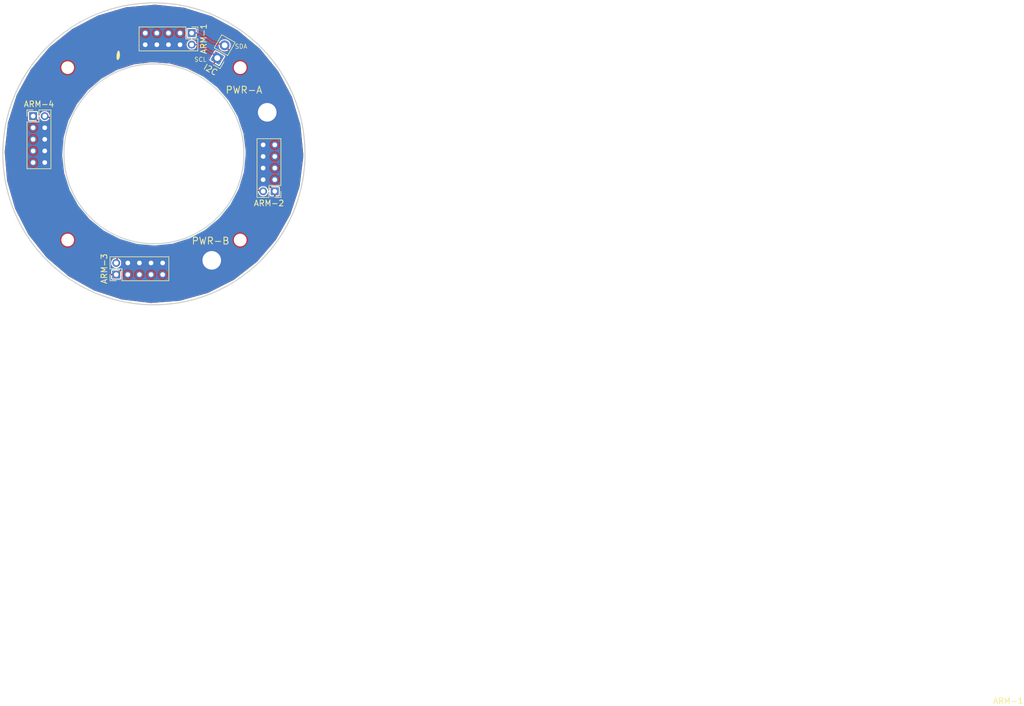
<source format=kicad_pcb>
(kicad_pcb (version 20171130) (host pcbnew "(2018-01-21 revision 6b9866de8)-makepkg")
  (layers (0 F.Cu signal) (31 B.Cu signal) (34 B.Paste user) (35 F.Paste user) (36 B.SilkS user) (37 F.SilkS user) (38 B.Mask user) (39 F.Mask user) (44 Edge.Cuts user))
  (net 0 "")
  (net 1 +5V)
  (net 2 GND)
  (net 3 /SDA)
  (net 4 /SCL)
  (module custom_lib:R1_ear_silk_5.5mm (layer F.Cu) (at 137.75 75)
    (fp_text reference G*** hide)
    (fp_text value LOGO hide)
    (fp_poly (pts (xy 2.178201 -0.770262) (xy 2.198348 -0.768035) (xy 2.215863 -0.764436) (xy 2.231188 -0.758692) (xy 2.244766 -0.750029) (xy 2.257039 -0.737676) (xy 2.26845 -0.72086) (xy 2.27944 -0.698807) (xy 2.290453 -0.670745) (xy 2.301931 -0.635901) (xy 2.314316 -0.593502) (xy 2.32805 -0.542775) (xy 2.343577 -0.482948) (xy 2.344299 -0.480133) (xy 2.361506 -0.407526) (xy 2.37554 -0.335724) (xy 2.386689 -0.262557) (xy 2.395238 -0.18585) (xy 2.401474 -0.103431) (xy 2.405609 -0.01524) (xy 2.406717 0.018405) (xy 2.407222 0.044525) (xy 2.406933 0.065749) (xy 2.405658 0.084703) (xy 2.403208 0.104014) (xy 2.399391 0.126309) (xy 2.394016 0.154217) (xy 2.392872 0.16002) (xy 2.376391 0.238711) (xy 2.358865 0.313406) (xy 2.340546 0.383339) (xy 2.321687 0.447741) (xy 2.302541 0.505845) (xy 2.283359 0.556882) (xy 2.264394 0.600085) (xy 2.2459 0.634686) (xy 2.228657 0.659293) (xy 2.217953 0.672749) (xy 2.203677 0.691717) (xy 2.187975 0.713311) (xy 2.177487 0.728152) (xy 2.151986 0.762275) (xy 2.128222 0.789201) (xy 2.106922 0.808184) (xy 2.089823 0.818106) (xy 2.077848 0.820698) (xy 2.060149 0.822358) (xy 2.045639 0.822712) (xy 2.029049 0.821866) (xy 2.013769 0.819024) (xy 1.996746 0.813303) (xy 1.974929 0.803818) (xy 1.96596 0.799618) (xy 1.943192 0.787894) (xy 1.921706 0.775181) (xy 1.904652 0.763418) (xy 1.898199 0.757955) (xy 1.875298 0.72971) (xy 1.855228 0.691883) (xy 1.837972 0.64442) (xy 1.823507 0.587269) (xy 1.814959 0.54102) (xy 1.812442 0.523764) (xy 1.810422 0.505587) (xy 1.808848 0.485174) (xy 1.807672 0.461208) (xy 1.806843 0.432375) (xy 1.806312 0.397359) (xy 1.806029 0.354844) (xy 1.805945 0.303516) (xy 1.805945 0.30226) (xy 1.806068 0.245778) (xy 1.806514 0.197431) (xy 1.807403 0.155192) (xy 1.808857 0.117037) (xy 1.810997 0.080942) (xy 1.813942 0.044882) (xy 1.817814 0.006833) (xy 1.822734 -0.035231) (xy 1.828823 -0.083333) (xy 1.829068 -0.085222) (xy 1.838126 -0.142246) (xy 1.850976 -0.204701) (xy 1.867031 -0.270699) (xy 1.885706 -0.338352) (xy 1.906413 -0.405773) (xy 1.928565 -0.471073) (xy 1.951577 -0.532365) (xy 1.974862 -0.587761) (xy 1.997832 -0.635374) (xy 2.00303 -0.645063) (xy 2.030897 -0.689165) (xy 2.061983 -0.726483) (xy 2.062588 -0.727104) (xy 2.08538 -0.748381) (xy 2.106068 -0.762098) (xy 2.127763 -0.769417) (xy 2.153575 -0.771498) (xy 2.178201 -0.770262)) (layer F.SilkS) (width 0.01))
  )
  (module custom_lib:R1_eyes_mask_5.5mm (layer F.Cu) (at 137.75 75)
    (fp_text reference G*** hide)
    (fp_text value LOGO hide)
  )
  (module custom_lib:R1_face_mask_5.5mm (layer F.Cu) (at 137.75 75)
    (fp_text reference G*** hide)
    (fp_text value LOGO hide)
  )
  (module "" (layer F.Cu) (at 155 72)
    (fp_text reference "" (at 139.5 112.8) (layer F.SilkS) (effects (font (size 1.27 1.27))))
    (fp_text value "" (at 139.5 112.8) (layer F.SilkS) (effects (font (size 1.27 1.27))))
    (fp_text user ARM-1 (at 138.06 114.25) (layer F.SilkS))
  )
  (module Connector_PinHeader_2.00mm:PinHeader_2x05_P2.00mm_Vertical (layer F.Cu) (at 139.5 112.8 90)
    (fp_text reference ARM-3 (at 1 -2.06 90) (layer F.SilkS))
    (fp_text value Conn_02x05_Odd_Even)
    (fp_line (start -1.06 9.06) (end 3.06 9.06) (layer F.SilkS) (width 0.12))
    (fp_line (start -1.06 1) (end -1.06 9.06) (layer F.SilkS) (width 0.12))
    (fp_line (start 3.06 -1.06) (end 3.06 9.06) (layer F.SilkS) (width 0.12))
    (fp_line (start -1.06 1) (end 1 1) (layer F.SilkS) (width 0.12))
    (fp_line (start 1 1) (end 1 -1.06) (layer F.SilkS) (width 0.12))
    (fp_line (start 1 -1.06) (end 3.06 -1.06) (layer F.SilkS) (width 0.12))
    (fp_line (start -1.06 0) (end -1.06 -1.06) (layer F.SilkS) (width 0.12))
    (fp_line (start -1.06 -1.06) (end 0 -1.06) (layer F.SilkS) (width 0.12))
    (pad 1 thru_hole rect (at 0 0 90) (size 1.35 1.35) (drill 0.8) (layers *.Cu *.Mask) (net 3 /SDA))
    (pad 2 thru_hole oval (at 2 0 90) (size 1.35 1.35) (drill 0.8) (layers *.Cu *.Mask) (net 4 /SCL))
    (pad 3 thru_hole oval (at 0 2 90) (size 1.35 1.35) (drill 0.8) (layers *.Cu *.Mask) (net 2 GND))
    (pad 4 thru_hole oval (at 2 2 90) (size 1.35 1.35) (drill 0.8) (layers *.Cu *.Mask) (net 1 +5V))
    (pad 5 thru_hole oval (at 0 4 90) (size 1.35 1.35) (drill 0.8) (layers *.Cu *.Mask) (net 2 GND))
    (pad 6 thru_hole oval (at 2 4 90) (size 1.35 1.35) (drill 0.8) (layers *.Cu *.Mask) (net 1 +5V))
    (pad 7 thru_hole oval (at 0 6 90) (size 1.35 1.35) (drill 0.8) (layers *.Cu *.Mask) (net 2 GND))
    (pad 8 thru_hole oval (at 2 6 90) (size 1.35 1.35) (drill 0.8) (layers *.Cu *.Mask) (net 1 +5V))
    (pad 9 thru_hole oval (at 0 8 90) (size 1.35 1.35) (drill 0.8) (layers *.Cu *.Mask) (net 2 GND))
    (pad 10 thru_hole oval (at 2 8 90) (size 1.35 1.35) (drill 0.8) (layers *.Cu *.Mask) (net 1 +5V))
  )
  (module Connector_PinHeader_2.54mm:PinHeader_1x02_P2.54mm_Vertical (layer F.Cu) (at 156.9 75.5 150)
    (fp_text reference I2C (at 0 -2.33 150) (layer F.SilkS))
    (fp_text value Conn_01x02)
    (fp_line (start -1.33 -1.33) (end 0 -1.33) (layer F.SilkS) (width 0.12))
    (fp_line (start -1.33 0) (end -1.33 -1.33) (layer F.SilkS) (width 0.12))
    (fp_line (start -1.33 1.27) (end 1.33 1.27) (layer F.SilkS) (width 0.12))
    (fp_line (start 1.33 1.27) (end 1.33 3.87) (layer F.SilkS) (width 0.12))
    (fp_line (start -1.33 1.27) (end -1.33 3.87) (layer F.SilkS) (width 0.12))
    (fp_line (start -1.33 3.87) (end 1.33 3.87) (layer F.SilkS) (width 0.12))
    (pad 2 thru_hole oval (at 0 2.54 150) (size 1.7 1.7) (drill 1) (layers *.Cu *.Mask) (net 3 /SDA))
    (pad 1 thru_hole rect (at 0 0 150) (size 1.7 1.7) (drill 1) (layers *.Cu *.Mask) (net 4 /SCL))
  )
  (module Connector_PinHeader_2.00mm:PinHeader_2x05_P2.00mm_Vertical (layer F.Cu) (at 152.5 71.2 270)
    (fp_text reference ARM-1 (at 1 -2.06 270) (layer F.SilkS))
    (fp_text value Conn_02x05_Odd_Even)
    (fp_line (start -1.06 9.06) (end 3.06 9.06) (layer F.SilkS) (width 0.12))
    (fp_line (start -1.06 1) (end -1.06 9.06) (layer F.SilkS) (width 0.12))
    (fp_line (start 3.06 -1.06) (end 3.06 9.06) (layer F.SilkS) (width 0.12))
    (fp_line (start -1.06 1) (end 1 1) (layer F.SilkS) (width 0.12))
    (fp_line (start 1 1) (end 1 -1.06) (layer F.SilkS) (width 0.12))
    (fp_line (start 1 -1.06) (end 3.06 -1.06) (layer F.SilkS) (width 0.12))
    (fp_line (start -1.06 0) (end -1.06 -1.06) (layer F.SilkS) (width 0.12))
    (fp_line (start -1.06 -1.06) (end 0 -1.06) (layer F.SilkS) (width 0.12))
    (pad 1 thru_hole rect (at 0 0 270) (size 1.35 1.35) (drill 0.8) (layers *.Cu *.Mask) (net 3 /SDA))
    (pad 2 thru_hole oval (at 2 0 270) (size 1.35 1.35) (drill 0.8) (layers *.Cu *.Mask) (net 4 /SCL))
    (pad 3 thru_hole oval (at 0 2 270) (size 1.35 1.35) (drill 0.8) (layers *.Cu *.Mask) (net 2 GND))
    (pad 4 thru_hole oval (at 2 2 270) (size 1.35 1.35) (drill 0.8) (layers *.Cu *.Mask) (net 1 +5V))
    (pad 5 thru_hole oval (at 0 4 270) (size 1.35 1.35) (drill 0.8) (layers *.Cu *.Mask) (net 2 GND))
    (pad 6 thru_hole oval (at 2 4 270) (size 1.35 1.35) (drill 0.8) (layers *.Cu *.Mask) (net 1 +5V))
    (pad 7 thru_hole oval (at 0 6 270) (size 1.35 1.35) (drill 0.8) (layers *.Cu *.Mask) (net 2 GND))
    (pad 8 thru_hole oval (at 2 6 270) (size 1.35 1.35) (drill 0.8) (layers *.Cu *.Mask) (net 1 +5V))
    (pad 9 thru_hole oval (at 0 8 270) (size 1.35 1.35) (drill 0.8) (layers *.Cu *.Mask) (net 2 GND))
    (pad 10 thru_hole oval (at 2 8 270) (size 1.35 1.35) (drill 0.8) (layers *.Cu *.Mask) (net 1 +5V))
  )
  (module Connector_PinHeader_2.00mm:PinHeader_2x05_P2.00mm_Vertical (layer F.Cu) (at 166.8 98.45 180)
    (fp_text reference ARM-2 (at 1 -2.06 180) (layer F.SilkS))
    (fp_text value Conn_02x05_Odd_Even)
    (fp_line (start -1.06 -1.06) (end 0 -1.06) (layer F.SilkS) (width 0.12))
    (fp_line (start -1.06 0) (end -1.06 -1.06) (layer F.SilkS) (width 0.12))
    (fp_line (start 1 -1.06) (end 3.06 -1.06) (layer F.SilkS) (width 0.12))
    (fp_line (start 1 1) (end 1 -1.06) (layer F.SilkS) (width 0.12))
    (fp_line (start -1.06 1) (end 1 1) (layer F.SilkS) (width 0.12))
    (fp_line (start 3.06 -1.06) (end 3.06 9.06) (layer F.SilkS) (width 0.12))
    (fp_line (start -1.06 1) (end -1.06 9.06) (layer F.SilkS) (width 0.12))
    (fp_line (start -1.06 9.06) (end 3.06 9.06) (layer F.SilkS) (width 0.12))
    (pad 10 thru_hole oval (at 2 8 180) (size 1.35 1.35) (drill 0.8) (layers *.Cu *.Mask) (net 1 +5V))
    (pad 9 thru_hole oval (at 0 8 180) (size 1.35 1.35) (drill 0.8) (layers *.Cu *.Mask) (net 2 GND))
    (pad 8 thru_hole oval (at 2 6 180) (size 1.35 1.35) (drill 0.8) (layers *.Cu *.Mask) (net 1 +5V))
    (pad 7 thru_hole oval (at 0 6 180) (size 1.35 1.35) (drill 0.8) (layers *.Cu *.Mask) (net 2 GND))
    (pad 6 thru_hole oval (at 2 4 180) (size 1.35 1.35) (drill 0.8) (layers *.Cu *.Mask) (net 1 +5V))
    (pad 5 thru_hole oval (at 0 4 180) (size 1.35 1.35) (drill 0.8) (layers *.Cu *.Mask) (net 2 GND))
    (pad 4 thru_hole oval (at 2 2 180) (size 1.35 1.35) (drill 0.8) (layers *.Cu *.Mask) (net 1 +5V))
    (pad 3 thru_hole oval (at 0 2 180) (size 1.35 1.35) (drill 0.8) (layers *.Cu *.Mask) (net 2 GND))
    (pad 2 thru_hole oval (at 2 0 180) (size 1.35 1.35) (drill 0.8) (layers *.Cu *.Mask) (net 4 /SCL))
    (pad 1 thru_hole rect (at 0 0 180) (size 1.35 1.35) (drill 0.8) (layers *.Cu *.Mask) (net 3 /SDA))
  )
  (module Connector_PinHeader_2.00mm:PinHeader_2x05_P2.00mm_Vertical (layer F.Cu) (at 125.2 85.5)
    (fp_text reference ARM-4 (at 1 -2.06) (layer F.SilkS))
    (fp_text value Conn_02x05_Odd_Even)
    (fp_line (start -1.06 -1.06) (end 0 -1.06) (layer F.SilkS) (width 0.12))
    (fp_line (start -1.06 0) (end -1.06 -1.06) (layer F.SilkS) (width 0.12))
    (fp_line (start 1 -1.06) (end 3.06 -1.06) (layer F.SilkS) (width 0.12))
    (fp_line (start 1 1) (end 1 -1.06) (layer F.SilkS) (width 0.12))
    (fp_line (start -1.06 1) (end 1 1) (layer F.SilkS) (width 0.12))
    (fp_line (start 3.06 -1.06) (end 3.06 9.06) (layer F.SilkS) (width 0.12))
    (fp_line (start -1.06 1) (end -1.06 9.06) (layer F.SilkS) (width 0.12))
    (fp_line (start -1.06 9.06) (end 3.06 9.06) (layer F.SilkS) (width 0.12))
    (pad 10 thru_hole oval (at 2 8) (size 1.35 1.35) (drill 0.8) (layers *.Cu *.Mask) (net 1 +5V))
    (pad 9 thru_hole oval (at 0 8) (size 1.35 1.35) (drill 0.8) (layers *.Cu *.Mask) (net 2 GND))
    (pad 8 thru_hole oval (at 2 6) (size 1.35 1.35) (drill 0.8) (layers *.Cu *.Mask) (net 1 +5V))
    (pad 7 thru_hole oval (at 0 6) (size 1.35 1.35) (drill 0.8) (layers *.Cu *.Mask) (net 2 GND))
    (pad 6 thru_hole oval (at 2 4) (size 1.35 1.35) (drill 0.8) (layers *.Cu *.Mask) (net 1 +5V))
    (pad 5 thru_hole oval (at 0 4) (size 1.35 1.35) (drill 0.8) (layers *.Cu *.Mask) (net 2 GND))
    (pad 4 thru_hole oval (at 2 2) (size 1.35 1.35) (drill 0.8) (layers *.Cu *.Mask) (net 1 +5V))
    (pad 3 thru_hole oval (at 0 2) (size 1.35 1.35) (drill 0.8) (layers *.Cu *.Mask) (net 2 GND))
    (pad 2 thru_hole oval (at 2 0) (size 1.35 1.35) (drill 0.8) (layers *.Cu *.Mask) (net 4 /SCL))
    (pad 1 thru_hole rect (at 0 0) (size 1.35 1.35) (drill 0.8) (layers *.Cu *.Mask) (net 3 /SDA))
  )
  (module MountingHole:MountingHole_3.2mm_M3_DIN965_Pad (layer F.Cu) (at 165.5 84.85)
    (fp_text reference PWR-A (at -4 -3.85) (layer F.SilkS) (effects (font (size 1.2 1.2))))
    (fp_text value Conn_01x01)
    (pad 1 thru_hole circle (at 0 0) (size 5.6 5.6) (drill 3.2) (layers B.Cu B.Mask) (net 1 +5V))
  )
  (module MountingHole:MountingHole_3.2mm_M3_DIN965_Pad (layer F.Cu) (at 155.95 110.35)
    (fp_text reference PWR-B (at -0.2 -3.35) (layer F.SilkS) (effects (font (size 1.2 1.2))))
    (fp_text value Conn_01x01)
    (pad 1 thru_hole circle (at 0 0) (size 5.6 5.6) (drill 3.2) (layers F.Cu F.Mask) (net 2 GND))
  )
  (module MountingHole:MountingHole_2.2mm_M2_DIN965 (layer F.Cu) (at 131.150758 77.150758)
    (fp_text reference MK1 hide)
    (fp_text value M2)
    (pad 1 np_thru_hole circle (at 0 0) (size 2.2 2.2) (drill 2.2) (layers *.Cu *.Mask) (net 2 GND))
  )
  (module MountingHole:MountingHole_2.2mm_M2_DIN965 (layer F.Cu) (at 160.849242 77.150758)
    (fp_text reference MK2 hide)
    (fp_text value M2)
    (pad 1 np_thru_hole circle (at 0 0) (size 2.2 2.2) (drill 2.2) (layers *.Cu *.Mask) (net 2 GND))
  )
  (module MountingHole:MountingHole_2.2mm_M2_DIN965 (layer F.Cu) (at 160.849242 106.849242)
    (fp_text reference MK3 hide)
    (fp_text value M2)
    (pad 1 np_thru_hole circle (at 0 0) (size 2.2 2.2) (drill 2.2) (layers *.Cu *.Mask) (net 2 GND))
  )
  (module MountingHole:MountingHole_2.2mm_M2_DIN965 (layer F.Cu) (at 131.150758 106.849242)
    (fp_text reference MK4 hide)
    (fp_text value M2)
    (pad 1 np_thru_hole circle (at 0 0) (size 2.2 2.2) (drill 2.2) (layers *.Cu *.Mask) (net 2 GND))
  )
  (gr_text SCL (at 154 75.75) (layer F.SilkS) (effects (font (size 0.75 0.75) (thickness 0.1))))
  (gr_text SDA (at 161 73.5) (layer F.SilkS) (effects (font (size 0.75 0.75) (thickness 0.1))))
  (gr_circle (center 146 92) (end 172 92) (layer Edge.Cuts) (width 0.2))
  (gr_circle (center 146 92) (end 161.5 92) (layer Edge.Cuts) (width 0.2))
  (segment (start 129.69 93.96) (end 129.59 92.39) (width 0.25) (layer F.Cu) (net 3))
  (segment (start 125.2 85.52) (end 125.2 85.5) (width 0.25) (layer F.Cu) (net 3))
  (segment (start 129.94 95.43) (end 129.69 93.96) (width 0.25) (layer F.Cu) (net 3))
  (segment (start 130.06 95.93) (end 129.94 95.43) (width 0.25) (layer F.Cu) (net 3))
  (segment (start 130.32 96.85) (end 130.06 95.93) (width 0.25) (layer F.Cu) (net 3))
  (segment (start 126.18 86.5) (end 125.2 85.52) (width 0.25) (layer F.Cu) (net 3))
  (segment (start 131.41 99.55) (end 130.69 97.96) (width 0.25) (layer F.Cu) (net 3))
  (segment (start 129.98 88.42) (end 130.25 87.38) (width 0.25) (layer F.Cu) (net 3))
  (segment (start 130.69 97.96) (end 130.32 96.85) (width 0.25) (layer F.Cu) (net 3))
  (segment (start 129.59 92.39) (end 129.59 91) (width 0.25) (layer F.Cu) (net 3))
  (segment (start 129.59 91) (end 129.74 89.75) (width 0.25) (layer F.Cu) (net 3))
  (segment (start 129.74 89.75) (end 129.98 88.42) (width 0.25) (layer F.Cu) (net 3))
  (segment (start 130.25 87.38) (end 130.31 87.17) (width 0.25) (layer F.Cu) (net 3))
  (segment (start 130.31 87.17) (end 128.21 86.5) (width 0.25) (layer F.Cu) (net 3))
  (segment (start 128.21 86.5) (end 126.18 86.5) (width 0.25) (layer F.Cu) (net 3))
  (segment (start 139.395825 109.068376) (end 139.78 107.19) (width 0.25) (layer F.Cu) (net 3))
  (segment (start 139.33 109.32) (end 139.395825 109.068376) (width 0.25) (layer F.Cu) (net 3))
  (segment (start 138.499999 110.180001) (end 139.33 109.32) (width 0.25) (layer F.Cu) (net 3))
  (segment (start 138.499999 112.724999) (end 138.499999 110.180001) (width 0.25) (layer F.Cu) (net 3))
  (segment (start 134.49 103.71) (end 133.7 102.87) (width 0.25) (layer F.Cu) (net 3))
  (segment (start 139.5 112.8) (end 138.575 112.8) (width 0.25) (layer F.Cu) (net 3))
  (segment (start 138.575 112.8) (end 138.499999 112.724999) (width 0.25) (layer F.Cu) (net 3))
  (segment (start 133.04 102.08) (end 132.2 100.92) (width 0.25) (layer F.Cu) (net 3))
  (segment (start 139.78 107.19) (end 138.57 106.64) (width 0.25) (layer F.Cu) (net 3))
  (segment (start 138.57 106.64) (end 137.48 106.03) (width 0.25) (layer F.Cu) (net 3))
  (segment (start 137.48 106.03) (end 136.65 105.5) (width 0.25) (layer F.Cu) (net 3))
  (segment (start 136.65 105.5) (end 135.62 104.71) (width 0.25) (layer F.Cu) (net 3))
  (segment (start 135.62 104.71) (end 135.09 104.3) (width 0.25) (layer F.Cu) (net 3))
  (segment (start 135.09 104.3) (end 134.49 103.71) (width 0.25) (layer F.Cu) (net 3))
  (segment (start 133.7 102.87) (end 133.04 102.08) (width 0.25) (layer F.Cu) (net 3))
  (segment (start 132.2 100.92) (end 131.43 99.59) (width 0.25) (layer F.Cu) (net 3))
  (segment (start 158.35 75.5) (end 159.05 74.3) (width 0.25) (layer F.Cu) (net 3))
  (segment (start 157.05 79.775) (end 156.2 79.1) (width 0.25) (layer F.Cu) (net 3))
  (segment (start 164.319998 97.45) (end 161.75 96.875) (width 0.25) (layer F.Cu) (net 3))
  (segment (start 161 85.2) (end 159.875 83.1) (width 0.25) (layer F.Cu) (net 3))
  (segment (start 161.75 87.2) (end 161 85.2) (width 0.25) (layer F.Cu) (net 3))
  (segment (start 162.2 89.25) (end 161.75 87.2) (width 0.25) (layer F.Cu) (net 3))
  (segment (start 166.8 98.45) (end 165.8 97.45) (width 0.25) (layer F.Cu) (net 3))
  (segment (start 162.4 91.075) (end 162.2 89.25) (width 0.25) (layer F.Cu) (net 3))
  (segment (start 158.4 81.1) (end 157.05 79.775) (width 0.25) (layer F.Cu) (net 3))
  (segment (start 165.8 97.45) (end 164.319998 97.45) (width 0.25) (layer F.Cu) (net 3))
  (segment (start 159.875 83.1) (end 158.4 81.1) (width 0.25) (layer F.Cu) (net 3))
  (segment (start 157.45 77.1) (end 158.35 75.5) (width 0.25) (layer F.Cu) (net 3))
  (segment (start 161.75 96.875) (end 162.175 95.025) (width 0.25) (layer F.Cu) (net 3))
  (segment (start 156.2 79.1) (end 157.45 77.1) (width 0.25) (layer F.Cu) (net 3))
  (segment (start 162.175 95.025) (end 162.425 92.8) (width 0.25) (layer F.Cu) (net 3))
  (segment (start 162.425 92.8) (end 162.4 91.075) (width 0.25) (layer F.Cu) (net 3))
  (segment (start 159.05 74.3) (end 158.8 74) (width 0.25) (layer F.Cu) (net 3))
  (segment (start 158.8 74) (end 158.17 73.300295) (width 0.25) (layer F.Cu) (net 3))
  (segment (start 156 72.75) (end 153.9 71.2) (width 0.25) (layer B.Cu) (net 3))
  (segment (start 158.17 73.300295) (end 156 72.75) (width 0.25) (layer B.Cu) (net 3))
  (segment (start 153.9 71.2) (end 153.7 71.2) (width 0.25) (layer B.Cu) (net 3))
  (segment (start 153.7 71.2) (end 152.5 71.2) (width 0.25) (layer B.Cu) (net 3))
  (segment (start 156.05 105) (end 157.1 104.1) (width 0.25) (layer F.Cu) (net 3))
  (segment (start 154.75 105.9) (end 156.05 105) (width 0.25) (layer F.Cu) (net 3))
  (segment (start 161 98.75) (end 161.2 98.2) (width 0.25) (layer F.Cu) (net 3))
  (segment (start 153.1 106.85) (end 154.75 105.9) (width 0.25) (layer F.Cu) (net 3))
  (segment (start 151.5 107.5) (end 153.1 106.85) (width 0.25) (layer F.Cu) (net 3))
  (segment (start 158.4 102.8) (end 159.9 100.85) (width 0.25) (layer F.Cu) (net 3))
  (segment (start 150.2 107.9) (end 151.5 107.5) (width 0.25) (layer F.Cu) (net 3))
  (segment (start 147.95 108.35) (end 150.2 107.9) (width 0.25) (layer F.Cu) (net 3))
  (segment (start 140.5 111.8) (end 140.5 109.05) (width 0.25) (layer F.Cu) (net 3))
  (segment (start 139.5 112.8) (end 140.5 111.8) (width 0.25) (layer F.Cu) (net 3))
  (segment (start 140.5 109.05) (end 140.8 107.6) (width 0.25) (layer F.Cu) (net 3))
  (segment (start 146.5 108.45) (end 147.95 108.35) (width 0.25) (layer F.Cu) (net 3))
  (segment (start 140.8 107.6) (end 142.15 107.95) (width 0.25) (layer F.Cu) (net 3))
  (segment (start 157.1 104.1) (end 158.4 102.8) (width 0.25) (layer F.Cu) (net 3))
  (segment (start 144.15 108.35) (end 146.5 108.45) (width 0.25) (layer F.Cu) (net 3))
  (segment (start 162.35 98.45) (end 163.4 98.7) (width 0.25) (layer F.Cu) (net 3))
  (segment (start 142.15 107.95) (end 142.5 108.05) (width 0.25) (layer F.Cu) (net 3))
  (segment (start 142.5 108.05) (end 144.15 108.35) (width 0.25) (layer F.Cu) (net 3))
  (segment (start 159.9 100.85) (end 161 98.75) (width 0.25) (layer F.Cu) (net 3))
  (segment (start 161.2 98.2) (end 162.35 98.45) (width 0.25) (layer F.Cu) (net 3))
  (segment (start 163.4 98.7) (end 164.15 99.55) (width 0.25) (layer F.Cu) (net 3))
  (segment (start 164.15 99.55) (end 166.625 99.55) (width 0.25) (layer F.Cu) (net 3))
  (segment (start 166.625 99.55) (end 166.8 99.375) (width 0.25) (layer F.Cu) (net 3))
  (segment (start 166.8 99.375) (end 166.8 98.45) (width 0.25) (layer F.Cu) (net 3))
  (segment (start 130.06 91.01) (end 130.2 89.74) (width 0.25) (layer F.Cu) (net 4))
  (segment (start 130.04 92.35) (end 130.06 91.01) (width 0.25) (layer F.Cu) (net 4))
  (segment (start 136.875 105.1) (end 135.79 104.27) (width 0.25) (layer F.Cu) (net 4))
  (segment (start 130.14 93.88) (end 130.04 92.35) (width 0.25) (layer F.Cu) (net 4))
  (segment (start 130.38 95.3) (end 130.14 93.88) (width 0.25) (layer F.Cu) (net 4))
  (segment (start 131.13 97.83) (end 130.74 96.68) (width 0.25) (layer F.Cu) (net 4))
  (segment (start 132.56 100.62) (end 131.79 99.29) (width 0.25) (layer F.Cu) (net 4))
  (segment (start 131.79 99.29) (end 131.13 97.83) (width 0.25) (layer F.Cu) (net 4))
  (segment (start 134.07 102.6) (end 133.43 101.84) (width 0.25) (layer F.Cu) (net 4))
  (segment (start 130.41 88.58) (end 130.71 87.42) (width 0.25) (layer F.Cu) (net 4))
  (segment (start 133.43 101.84) (end 132.56 100.62) (width 0.25) (layer F.Cu) (net 4))
  (segment (start 138.8 106.25) (end 137.75 105.65) (width 0.25) (layer F.Cu) (net 4))
  (segment (start 137.75 105.65) (end 136.875 105.1) (width 0.25) (layer F.Cu) (net 4))
  (segment (start 130.74 96.68) (end 130.38 95.3) (width 0.25) (layer F.Cu) (net 4))
  (segment (start 135.79 104.27) (end 134.93 103.5) (width 0.25) (layer F.Cu) (net 4))
  (segment (start 140.3 106.9) (end 138.8 106.25) (width 0.25) (layer F.Cu) (net 4))
  (segment (start 134.93 103.5) (end 134.07 102.6) (width 0.25) (layer F.Cu) (net 4))
  (segment (start 130.2 89.74) (end 130.41 88.58) (width 0.25) (layer F.Cu) (net 4))
  (segment (start 130.71 87.42) (end 130.91 86.77) (width 0.25) (layer F.Cu) (net 4))
  (segment (start 130.91 86.77) (end 130.97 86.62) (width 0.25) (layer F.Cu) (net 4))
  (segment (start 130.97 86.62) (end 129.37 86.14) (width 0.25) (layer F.Cu) (net 4))
  (segment (start 129.37 86.14) (end 127.2 85.5) (width 0.25) (layer F.Cu) (net 4))
  (segment (start 161.95 91.1) (end 161.75 89.3) (width 0.25) (layer F.Cu) (net 4))
  (segment (start 161.95 92.8) (end 161.95 91.1) (width 0.25) (layer F.Cu) (net 4))
  (segment (start 161.85 93.85) (end 161.95 92.8) (width 0.25) (layer F.Cu) (net 4))
  (segment (start 161.7 94.9) (end 161.85 93.85) (width 0.25) (layer F.Cu) (net 4))
  (segment (start 160.95 97.6) (end 161.3 96.65) (width 0.25) (layer F.Cu) (net 4))
  (segment (start 161.3 96.65) (end 161.7 94.9) (width 0.25) (layer F.Cu) (net 4))
  (segment (start 155.2 78.15) (end 156.9 75.5) (width 0.25) (layer F.Cu) (net 4))
  (segment (start 161.75 89.3) (end 161.3 87.3) (width 0.25) (layer F.Cu) (net 4))
  (segment (start 161.3 87.3) (end 160.6 85.45) (width 0.25) (layer F.Cu) (net 4))
  (segment (start 160.6 85.45) (end 159.4 83.25) (width 0.25) (layer F.Cu) (net 4))
  (segment (start 159.4 83.25) (end 157.9 81.3) (width 0.25) (layer F.Cu) (net 4))
  (segment (start 157.9 81.3) (end 156.65 80.05) (width 0.25) (layer F.Cu) (net 4))
  (segment (start 154.85 78.65) (end 155.2 78.15) (width 0.25) (layer F.Cu) (net 4))
  (segment (start 156.65 80.05) (end 154.85 78.65) (width 0.25) (layer F.Cu) (net 4))
  (segment (start 156.207047 74.807047) (end 154.8 73.85) (width 0.25) (layer B.Cu) (net 4))
  (segment (start 156.9 75.5) (end 156.207047 74.807047) (width 0.25) (layer B.Cu) (net 4))
  (segment (start 154.8 73.85) (end 153.75 73.2) (width 0.25) (layer B.Cu) (net 4))
  (segment (start 153.75 73.2) (end 152.5 73.2) (width 0.25) (layer B.Cu) (net 4))
  (segment (start 144.1 107.85) (end 142.6 107.6) (width 0.25) (layer F.Cu) (net 4))
  (segment (start 145.45 107.95) (end 144.1 107.85) (width 0.25) (layer F.Cu) (net 4))
  (segment (start 147.9 107.85) (end 146.65 107.95) (width 0.25) (layer F.Cu) (net 4))
  (segment (start 146.65 107.95) (end 145.45 107.95) (width 0.25) (layer F.Cu) (net 4))
  (segment (start 148.85 107.7) (end 147.9 107.85) (width 0.25) (layer F.Cu) (net 4))
  (segment (start 150 107.45) (end 148.85 107.7) (width 0.25) (layer F.Cu) (net 4))
  (segment (start 151.35 107.05) (end 150 107.45) (width 0.25) (layer F.Cu) (net 4))
  (segment (start 152.9 106.4) (end 151.35 107.05) (width 0.25) (layer F.Cu) (net 4))
  (segment (start 160.55 98.6) (end 159.85 99.95) (width 0.25) (layer F.Cu) (net 4))
  (segment (start 160.95 97.6) (end 160.55 98.6) (width 0.25) (layer F.Cu) (net 4))
  (segment (start 159.85 99.95) (end 159.1 101.15) (width 0.25) (layer F.Cu) (net 4))
  (segment (start 140.3 106.9) (end 139.5 110.8) (width 0.25) (layer F.Cu) (net 4))
  (segment (start 154.45 105.55) (end 152.9 106.4) (width 0.25) (layer F.Cu) (net 4))
  (segment (start 159.1 101.15) (end 157.95 102.6) (width 0.25) (layer F.Cu) (net 4))
  (segment (start 155.75 104.65) (end 154.45 105.55) (width 0.25) (layer F.Cu) (net 4))
  (segment (start 157.95 102.6) (end 156.8 103.75) (width 0.25) (layer F.Cu) (net 4))
  (segment (start 156.8 103.75) (end 155.75 104.65) (width 0.25) (layer F.Cu) (net 4))
  (segment (start 142.6 107.6) (end 140.95 107.15) (width 0.25) (layer F.Cu) (net 4))
  (segment (start 140.95 107.15) (end 140.3 106.9) (width 0.25) (layer F.Cu) (net 4))
  (segment (start 160.95 97.6) (end 163.7 98.2) (width 0.25) (layer F.Cu) (net 4))
  (segment (start 163.7 98.2) (end 164.8 98.45) (width 0.25) (layer F.Cu) (net 4))
  (zone (net 2) (net_name GND) (layer F.Cu) (connect_pads yes (clearance 0.2032)) (min_thickness 0.254) (fill yes (arc_segments 32) (thermal_gap 0.3048) (thermal_bridge_width 0.508))
    (polygon (pts (xy 119.5 65.5) (xy 172.5 65.5) (xy 172.5 118.5) (xy 119.5 118.5)))
  )
  (zone (net 1) (net_name +5V) (layer B.Cu) (connect_pads yes (clearance 0.2032)) (min_thickness 0.254) (fill yes (arc_segments 32) (thermal_gap 0.3048) (thermal_bridge_width 0.508))
    (polygon (pts (xy 138.5 67) (xy 140.5 66.5) (xy 143 66) (xy 146 66) (xy 149 66) (xy 153.5 67) (xy 157.5 68.5) (xy 161 70.5) (xy 164 73) (xy 167 76.5) (xy 170 81.5) (xy 171.5 86) (xy 172 89.5) (xy 172 95) (xy 171.5 98) (xy 170 102.5) (xy 168 106) (xy 165.5 109.5) (xy 163 112) (xy 159.5 114.5) (xy 155 116.5) (xy 152 117.5) (xy 148.5 118) (xy 142.5 118) (xy 138 117) (xy 133.5 115) (xy 128.5 111.5) (xy 126 109) (xy 123.5 105.5) (xy 122 102.5) (xy 120.5 98) (xy 120 94) (xy 120 88.5) (xy 121 84) (xy 123 79.5) (xy 125.5 75.5) (xy 128.5 72.5) (xy 132.5 69.5) (xy 138 67)))
  )
)
</source>
